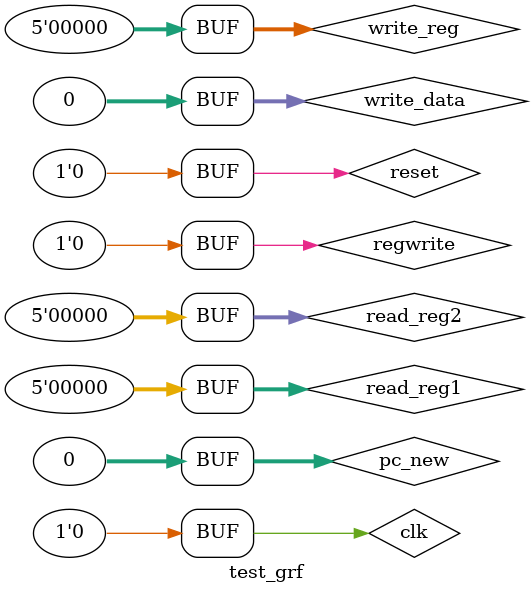
<source format=v>
`timescale 1ns / 1ps


module test_grf;

	// Inputs
	reg [4:0] read_reg1;
	reg [4:0] read_reg2;
	reg [4:0] write_reg;
	reg [31:0] write_data;
	reg regwrite;
	reg reset;
	reg clk;
	reg [31:0] pc_new;

	// Outputs
	wire [31:0] read_data1;
	wire [31:0] read_data2;

	// Instantiate the Unit Under Test (UUT)
	grf uut (
		.read_reg1(read_reg1), 
		.read_reg2(read_reg2), 
		.write_reg(write_reg), 
		.write_data(write_data), 
		.regwrite(regwrite), 
		.reset(reset), 
		.clk(clk), 
		.pc_new(pc_new), 
		.read_data1(read_data1), 
		.read_data2(read_data2)
	);

	initial begin
		// Initialize Inputs
		read_reg1 = 0;
		read_reg2 = 0;
		write_reg = 0;
		write_data = 0;
		regwrite = 0;
		reset = 0;
		clk = 0;
		pc_new = 0;

		// Wait 100 ns for global reset to finish
		#100;
        
		// Add stimulus here

	end
      
endmodule


</source>
